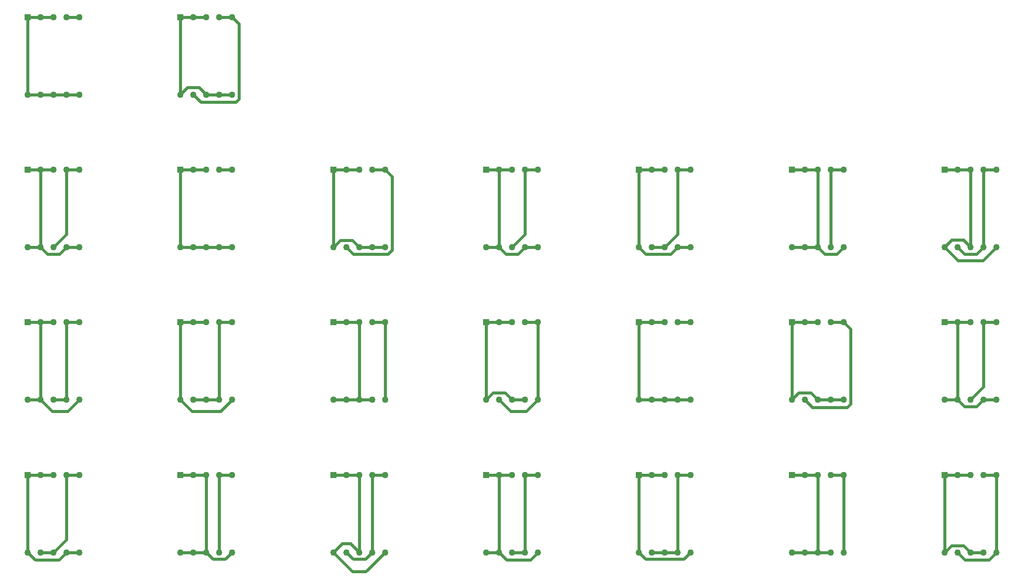
<source format=gtl>
G04*
G04 #@! TF.GenerationSoftware,Altium Limited,Altium Designer,22.10.1 (41)*
G04*
G04 Layer_Physical_Order=1*
G04 Layer_Color=255*
%FSLAX44Y44*%
%MOMM*%
G71*
G04*
G04 #@! TF.SameCoordinates,DAB17F2F-99E3-4DC2-BE93-371E54321BB7*
G04*
G04*
G04 #@! TF.FilePolarity,Positive*
G04*
G01*
G75*
%ADD13C,0.6000*%
%ADD14C,1.2700*%
%ADD15R,1.2700X1.2700*%
D13*
X1686632Y437168D02*
X1700000Y423800D01*
X1662568Y437168D02*
X1686632D01*
X1649200Y423800D02*
X1662568Y437168D01*
X1974600Y423800D02*
X1988156Y410244D01*
X2011844D01*
X2025400Y423800D01*
X225400Y149200D02*
Y276200D01*
X200000Y123800D02*
X225400Y149200D01*
X500000Y123800D02*
X513530Y110270D01*
X537270D01*
X550800Y123800D01*
X749200D02*
X786860Y86140D01*
X813140D01*
X850800Y123800D01*
X786404Y737396D02*
X800000Y723800D01*
X762796Y737396D02*
X786404D01*
X749200Y723800D02*
X762796Y737396D01*
X1074600Y723800D02*
X1088182Y710218D01*
X1111818D01*
X1125400Y723800D01*
X1425400Y749200D02*
Y876200D01*
X1400000Y723800D02*
X1425400Y749200D01*
X1700000Y723800D02*
X1713582Y710218D01*
X1737218D01*
X1750800Y723800D01*
X486430Y1037370D02*
X500000Y1023800D01*
X462770Y1037370D02*
X486430D01*
X449200Y1023800D02*
X462770Y1037370D01*
X174600Y723800D02*
X188182Y710218D01*
X211818D01*
X225400Y723800D01*
X1750800Y576200D02*
X1764400Y562600D01*
Y415324D02*
Y562600D01*
X1758050Y408974D02*
X1764400Y415324D01*
X1689426Y408974D02*
X1758050D01*
X1674600Y423800D02*
X1689426Y408974D01*
X2025400Y449200D02*
Y576200D01*
X2000000Y423800D02*
X2025400Y449200D01*
X850800Y876200D02*
X864224Y862776D01*
Y718092D02*
Y862776D01*
X856350Y710218D02*
X864224Y718092D01*
X788182Y710218D02*
X856350D01*
X774600Y723800D02*
X788182Y710218D01*
X1125400Y749200D02*
Y876200D01*
X1100000Y723800D02*
X1125400Y749200D01*
X474600Y1023800D02*
X489732Y1008668D01*
X557900D01*
X564250Y1015018D01*
Y1162750D01*
X550800Y1176200D02*
X564250Y1162750D01*
X225400Y749200D02*
Y876200D01*
X200000Y723800D02*
X225400Y749200D01*
X1949200Y723800D02*
X1975736Y697264D01*
X2024264D01*
X2050800Y723800D01*
X228100Y401100D02*
X250800Y423800D01*
X197300Y401100D02*
X228100D01*
X174600Y423800D02*
X197300Y401100D01*
X1437270Y110270D02*
X1450800Y123800D01*
X1362730Y110270D02*
X1437270D01*
X1349200Y123800D02*
X1362730Y110270D01*
X449200Y423800D02*
X471900Y401100D01*
X528100D01*
X550800Y423800D01*
X1986606Y137194D02*
X2000000Y123800D01*
X1962594Y137194D02*
X1986606D01*
X1949200Y123800D02*
X1962594Y137194D01*
X1974600Y123800D02*
X1989400Y109000D01*
X2036000D01*
X2050800Y123800D01*
X149200D02*
X164000Y109000D01*
X210600D01*
X225400Y123800D01*
X1411818Y710218D02*
X1425400Y723800D01*
X1362782Y710218D02*
X1411818D01*
X1349200Y723800D02*
X1362782Y710218D01*
X1136000Y109000D02*
X1150800Y123800D01*
X1089400Y109000D02*
X1136000D01*
X1074600Y123800D02*
X1089400Y109000D01*
X1086632Y437168D02*
X1100000Y423800D01*
X1062568Y437168D02*
X1086632D01*
X1049200Y423800D02*
X1062568Y437168D01*
X1074600Y423800D02*
X1097300Y401100D01*
X1128100D01*
X1150800Y423800D01*
X1974600Y723800D02*
X1988182Y710218D01*
X2011818D01*
X2025400Y723800D01*
X1986150Y737650D02*
X2000000Y723800D01*
X1963050Y737650D02*
X1986150D01*
X1949200Y723800D02*
X1963050Y737650D01*
X774600Y123800D02*
X788130Y110270D01*
X811870D01*
X825400Y123800D01*
X783050Y140750D02*
X800000Y123800D01*
X766150Y140750D02*
X783050D01*
X749200Y123800D02*
X766150Y140750D01*
X449200Y876200D02*
X474600D01*
X500000D01*
X525400Y723800D02*
X550800D01*
X449200D02*
Y876200D01*
X500000Y723800D02*
X525400D01*
X449200D02*
X474600D01*
X500000D01*
X525400Y576200D02*
X550800D01*
X525400Y423800D02*
Y576200D01*
X474600Y423800D02*
X500000D01*
X525400D01*
X1349200Y576200D02*
X1374600D01*
X1400000D01*
X1425400Y423800D02*
X1450800D01*
X1349200D02*
Y576200D01*
X1400000Y423800D02*
X1425400D01*
X1349200D02*
X1374600D01*
X1400000D01*
X1649200Y576200D02*
X1674600D01*
X1700000D01*
X1649200Y423800D02*
Y576200D01*
X1700000Y423800D02*
X1725400D01*
X1750800D01*
X1974600Y576200D02*
X2000000D01*
X1949200D02*
X1974600D01*
X2025400Y423800D02*
X2050800D01*
X1974600D02*
Y576200D01*
X1949200Y423800D02*
X1974600D01*
X149200Y276200D02*
X174600D01*
X200000D01*
X149200Y123800D02*
Y276200D01*
X225400Y123800D02*
X250800D01*
X225400Y276200D02*
X250800D01*
X174600Y123800D02*
X200000D01*
X474600Y276200D02*
X500000D01*
X449200D02*
X474600D01*
X500000Y123800D02*
Y276200D01*
X449200Y123800D02*
X474600D01*
X500000D01*
X774600Y276200D02*
X800000D01*
X749200D02*
X774600D01*
X800000Y123800D02*
Y276200D01*
X825400D02*
X850800D01*
X825400Y123800D02*
Y276200D01*
X1049200Y123800D02*
X1074600D01*
Y276200D01*
X1049200D02*
X1074600D01*
X1100000D01*
X1125400D02*
X1150800D01*
X1125400Y123800D02*
Y276200D01*
X1100000Y123800D02*
X1125400D01*
X1374600Y276200D02*
X1400000D01*
X1349200D02*
X1374600D01*
X1349200Y123800D02*
Y276200D01*
X1425400D02*
X1450800D01*
X1425400Y123800D02*
Y276200D01*
X1374600Y123800D02*
X1400000D01*
X1425400D01*
X1674600Y276200D02*
X1700000D01*
X1649200D02*
X1674600D01*
X1700000Y123800D02*
Y276200D01*
Y123800D02*
X1725400D01*
X1674600D02*
X1700000D01*
X1649200D02*
X1674600D01*
X1949200Y276200D02*
X1974600D01*
X2000000D01*
X1949200Y123800D02*
Y276200D01*
X2000000Y123800D02*
X2025400D01*
Y276200D02*
X2050800D01*
Y123800D02*
Y276200D01*
X749200Y876200D02*
X774600D01*
X800000D01*
X749200Y723800D02*
Y876200D01*
X800000Y723800D02*
X825400D01*
X850800D01*
X1074600Y876200D02*
X1100000D01*
X1049200D02*
X1074600D01*
X1125400Y723800D02*
X1150800D01*
X1074600D02*
Y876200D01*
X1049200Y723800D02*
X1074600D01*
X1349200Y876200D02*
X1374600D01*
X1400000D01*
X1349200Y723800D02*
Y876200D01*
X1425400Y723800D02*
X1450800D01*
X1425400Y876200D02*
X1450800D01*
X1374600Y723800D02*
X1400000D01*
X1674600Y876200D02*
X1700000D01*
X1649200D02*
X1674600D01*
X1700000Y723800D02*
Y876200D01*
X1649200Y723800D02*
X1674600D01*
X1700000D01*
X1974600Y876200D02*
X2000000D01*
X1949200D02*
X1974600D01*
X2000000Y723800D02*
Y876200D01*
X2025400D02*
X2050800D01*
X2025400Y723800D02*
Y876200D01*
X149200Y423800D02*
X174600D01*
Y576200D01*
X149200D02*
X174600D01*
X200000D01*
X225400D02*
X250800D01*
X225400Y423800D02*
Y576200D01*
X200000Y423800D02*
X225400D01*
X474600Y576200D02*
X500000D01*
X449200D02*
X474600D01*
X449200Y423800D02*
Y576200D01*
X774600D02*
X800000D01*
X749200D02*
X774600D01*
X800000Y423800D02*
Y576200D01*
Y423800D02*
X825400D01*
X774600D02*
X800000D01*
X749200D02*
X774600D01*
X1049200Y576200D02*
X1074600D01*
X1100000D01*
X1049200Y423800D02*
Y576200D01*
X1100000Y423800D02*
X1125400D01*
Y576200D02*
X1150800D01*
Y423800D02*
Y576200D01*
X149200Y1176200D02*
X174600D01*
X200000D01*
X225400Y1023800D02*
X250800D01*
X149200D02*
Y1176200D01*
X200000Y1023800D02*
X225400D01*
X149200D02*
X174600D01*
X200000D01*
X449200Y1176200D02*
X474600D01*
X500000D01*
X449200Y1023800D02*
Y1176200D01*
X500000Y1023800D02*
X525400D01*
X550800D01*
X174600Y876200D02*
X200000D01*
X149200D02*
X174600D01*
X225400Y723800D02*
X250800D01*
X174600D02*
Y876200D01*
X149200Y723800D02*
X174600D01*
X1425400Y576200D02*
X1450800D01*
X1725400D02*
X1750800D01*
X2025400D02*
X2050800D01*
X525400Y123800D02*
Y276200D01*
X550800D01*
X1750800Y123800D02*
Y276200D01*
X1725400D02*
X1750800D01*
X525400Y876200D02*
X550800D01*
X825400D02*
X850800D01*
X1125400D02*
X1150800D01*
X1725400Y723800D02*
Y876200D01*
X1750800D01*
X850800Y423800D02*
Y576200D01*
X825400D02*
X850800D01*
X225400Y1176200D02*
X250800D01*
X525400D02*
X550800D01*
X225400Y876200D02*
X250800D01*
D14*
X2000000Y276200D02*
D03*
X2050800D02*
D03*
X2025400D02*
D03*
X1974600D02*
D03*
X2050800Y123800D02*
D03*
X2025400D02*
D03*
X2000000D02*
D03*
X1974600D02*
D03*
X1949200D02*
D03*
X1700000Y276200D02*
D03*
X1750800D02*
D03*
X1725400D02*
D03*
X1674600D02*
D03*
X1750800Y123800D02*
D03*
X1725400D02*
D03*
X1700000D02*
D03*
X1674600D02*
D03*
X1649200D02*
D03*
X1400000Y276200D02*
D03*
X1450800D02*
D03*
X1425400D02*
D03*
X1374600D02*
D03*
X1450800Y123800D02*
D03*
X1425400D02*
D03*
X1400000D02*
D03*
X1374600D02*
D03*
X1349200D02*
D03*
X1100000Y276200D02*
D03*
X1150800D02*
D03*
X1125400D02*
D03*
X1074600D02*
D03*
X1150800Y123800D02*
D03*
X1125400D02*
D03*
X1100000D02*
D03*
X1074600D02*
D03*
X1049200D02*
D03*
X800000Y276200D02*
D03*
X850800D02*
D03*
X825400D02*
D03*
X774600D02*
D03*
X850800Y123800D02*
D03*
X825400D02*
D03*
X800000D02*
D03*
X774600D02*
D03*
X749200D02*
D03*
X500000Y276200D02*
D03*
X550800D02*
D03*
X525400D02*
D03*
X474600D02*
D03*
X550800Y123800D02*
D03*
X525400D02*
D03*
X500000D02*
D03*
X474600D02*
D03*
X449200D02*
D03*
X200000Y276200D02*
D03*
X250800D02*
D03*
X225400D02*
D03*
X174600D02*
D03*
X250800Y123800D02*
D03*
X225400D02*
D03*
X200000D02*
D03*
X174600D02*
D03*
X149200D02*
D03*
X2000000Y576200D02*
D03*
X2050800D02*
D03*
X2025400D02*
D03*
X1974600D02*
D03*
X2050800Y423800D02*
D03*
X2025400D02*
D03*
X2000000D02*
D03*
X1974600D02*
D03*
X1949200D02*
D03*
X1700000Y576200D02*
D03*
X1750800D02*
D03*
X1725400D02*
D03*
X1674600D02*
D03*
X1750800Y423800D02*
D03*
X1725400D02*
D03*
X1700000D02*
D03*
X1674600D02*
D03*
X1649200D02*
D03*
X1400000Y576200D02*
D03*
X1450800D02*
D03*
X1425400D02*
D03*
X1374600D02*
D03*
X1450800Y423800D02*
D03*
X1425400D02*
D03*
X1400000D02*
D03*
X1374600D02*
D03*
X1349200D02*
D03*
X1100000Y576200D02*
D03*
X1150800D02*
D03*
X1125400D02*
D03*
X1074600D02*
D03*
X1150800Y423800D02*
D03*
X1125400D02*
D03*
X1100000D02*
D03*
X1074600D02*
D03*
X1049200D02*
D03*
X800000Y576200D02*
D03*
X850800D02*
D03*
X825400D02*
D03*
X774600D02*
D03*
X850800Y423800D02*
D03*
X825400D02*
D03*
X800000D02*
D03*
X774600D02*
D03*
X749200D02*
D03*
X500000Y576200D02*
D03*
X550800D02*
D03*
X525400D02*
D03*
X474600D02*
D03*
X550800Y423800D02*
D03*
X525400D02*
D03*
X500000D02*
D03*
X474600D02*
D03*
X449200D02*
D03*
X200000Y576200D02*
D03*
X250800D02*
D03*
X225400D02*
D03*
X174600D02*
D03*
X250800Y423800D02*
D03*
X225400D02*
D03*
X200000D02*
D03*
X174600D02*
D03*
X149200D02*
D03*
X2000000Y876200D02*
D03*
X2050800D02*
D03*
X2025400D02*
D03*
X1974600D02*
D03*
X2050800Y723800D02*
D03*
X2025400D02*
D03*
X2000000D02*
D03*
X1974600D02*
D03*
X1949200D02*
D03*
X1700000Y876200D02*
D03*
X1750800D02*
D03*
X1725400D02*
D03*
X1674600D02*
D03*
X1750800Y723800D02*
D03*
X1725400D02*
D03*
X1700000D02*
D03*
X1674600D02*
D03*
X1649200D02*
D03*
X1400000Y876200D02*
D03*
X1450800D02*
D03*
X1425400D02*
D03*
X1374600D02*
D03*
X1450800Y723800D02*
D03*
X1425400D02*
D03*
X1400000D02*
D03*
X1374600D02*
D03*
X1349200D02*
D03*
X1100000Y876200D02*
D03*
X1150800D02*
D03*
X1125400D02*
D03*
X1074600D02*
D03*
X1150800Y723800D02*
D03*
X1125400D02*
D03*
X1100000D02*
D03*
X1074600D02*
D03*
X1049200D02*
D03*
X800000Y876200D02*
D03*
X850800D02*
D03*
X825400D02*
D03*
X774600D02*
D03*
X850800Y723800D02*
D03*
X825400D02*
D03*
X800000D02*
D03*
X774600D02*
D03*
X749200D02*
D03*
X500000Y876200D02*
D03*
X550800D02*
D03*
X525400D02*
D03*
X474600D02*
D03*
X550800Y723800D02*
D03*
X525400D02*
D03*
X500000D02*
D03*
X474600D02*
D03*
X449200D02*
D03*
X200000Y876200D02*
D03*
X250800D02*
D03*
X225400D02*
D03*
X174600D02*
D03*
X250800Y723800D02*
D03*
X225400D02*
D03*
X200000D02*
D03*
X174600D02*
D03*
X149200D02*
D03*
X500000Y1176200D02*
D03*
X550800D02*
D03*
X525400D02*
D03*
X474600D02*
D03*
X550800Y1023800D02*
D03*
X525400D02*
D03*
X500000D02*
D03*
X474600D02*
D03*
X449200D02*
D03*
X200000Y1176200D02*
D03*
X250800D02*
D03*
X225400D02*
D03*
X174600D02*
D03*
X250800Y1023800D02*
D03*
X225400D02*
D03*
X200000D02*
D03*
X174600D02*
D03*
X149200D02*
D03*
D15*
X1949200Y276200D02*
D03*
X1649200D02*
D03*
X1349200D02*
D03*
X1049200D02*
D03*
X749200D02*
D03*
X449200D02*
D03*
X149200D02*
D03*
X1949200Y576200D02*
D03*
X1649200D02*
D03*
X1349200D02*
D03*
X1049200D02*
D03*
X749200D02*
D03*
X449200D02*
D03*
X149200D02*
D03*
X1949200Y876200D02*
D03*
X1649200D02*
D03*
X1349200D02*
D03*
X1049200D02*
D03*
X749200D02*
D03*
X449200D02*
D03*
X149200D02*
D03*
X449200Y1176200D02*
D03*
X149200D02*
D03*
M02*

</source>
